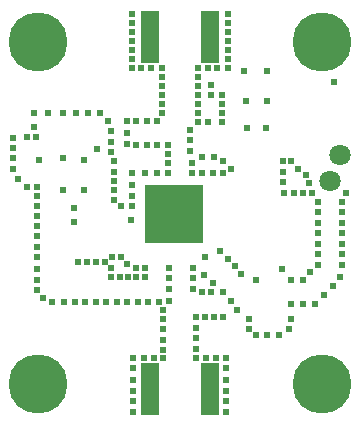
<source format=gbs>
G04 Layer: BottomSolderMaskLayer*
G04 EasyEDA Pro v2.2.45.4, 2025-12-28 23:20:17*
G04 Gerber Generator version 0.3*
G04 Scale: 100 percent, Rotated: No, Reflected: No*
G04 Dimensions in millimeters*
G04 Leading zeros omitted, absolute positions, 4 integers and 5 decimals*
G04 Generated by one-click*
%FSLAX45Y45*%
%MOMM*%
%ADD10R,5.0X5.0*%
%ADD11R,1.5X4.5*%
%ADD12C,0.61*%
%ADD13C,1.8*%
%ADD14C,5.0*%
%ADD15C,0.2063*%
G75*


G04 Pad Start*
G54D10*
G01X12357100Y-6311900D03*
G54D11*
G01X12152897Y-4815000D03*
G01X12662903Y-4815000D03*
G01X12662903Y-7800000D03*
G01X12152897Y-7800000D03*
G04 Pad End*

G04 Via Start*
G54D12*
G01X12302490Y-6320790D03*
G01X12363000Y-6319500D03*
G01X12241530Y-6322060D03*
G01X12423852Y-6319500D03*
G01X12484238Y-6319500D03*
G01X12241646Y-6261192D03*
G01X12302606Y-6259922D03*
G01X12363116Y-6258632D03*
G01X12423968Y-6258632D03*
G01X12484354Y-6258632D03*
G01X12241646Y-6383691D03*
G01X12302606Y-6382421D03*
G01X12363116Y-6381130D03*
G01X12423968Y-6381130D03*
G01X12484354Y-6381130D03*
G01X12241646Y-6200482D03*
G01X12302606Y-6199212D03*
G01X12363116Y-6197922D03*
G01X12423968Y-6197922D03*
G01X12484354Y-6197922D03*
G01X12241646Y-6444077D03*
G01X12302606Y-6442807D03*
G01X12363116Y-6441517D03*
G01X12423968Y-6441517D03*
G01X12484354Y-6441517D03*
G01X11996885Y-6369500D03*
G01X12623800Y-6680200D03*
G54D13*
G01X13677600Y-6032500D03*
G01X13769300Y-5816600D03*
G54D12*
G01X11709400Y-5763467D03*
G54D14*
G01X11209300Y-4859300D03*
G01X13609300Y-7759300D03*
G01X13609300Y-4859300D03*
G01X11209300Y-7759300D03*
G54D12*
G01X12319000Y-6946900D03*
G01X12319000Y-6769100D03*
G01X12319000Y-6858000D03*
G01X12522200Y-6769100D03*
G01X12522200Y-6858000D03*
G01X12522200Y-6946900D03*
G01X12319000Y-7048500D03*
G01X12268200Y-7124700D03*
G01X12268200Y-7203735D03*
G01X12268200Y-7289800D03*
G01X12268200Y-7378700D03*
G01X12268200Y-7464579D03*
G01X12014200Y-7531100D03*
G01X12014200Y-7620000D03*
G01X12014200Y-7721600D03*
G01X12014200Y-7810500D03*
G01X12014200Y-7899400D03*
G01X12014200Y-7988300D03*
G01X12547600Y-7188200D03*
G01X12547600Y-7277100D03*
G01X12547600Y-7366000D03*
G01X12547600Y-7454900D03*
G01X12801600Y-7531100D03*
G01X12801600Y-7620000D03*
G01X12801600Y-7721600D03*
G01X12801600Y-7810500D03*
G01X12801600Y-7899400D03*
G01X12801600Y-7988300D03*
G01X12598400Y-6972300D03*
G01X12674600Y-6972300D03*
G01X12623800Y-7188200D03*
G01X12839700Y-7048500D03*
G01X12776200Y-6972300D03*
G01X12776200Y-7188200D03*
G01X12700000Y-7188200D03*
G01X12217400Y-5969000D03*
G01X12306300Y-5969000D03*
G01X12115800Y-5969000D03*
G01X12001500Y-6070600D03*
G01X12001500Y-6159500D03*
G01X12001500Y-6248400D03*
G01X12306300Y-5880100D03*
G01X12306300Y-5803900D03*
G01X12306300Y-5727700D03*
G01X12217400Y-5727700D03*
G01X12128500Y-5727700D03*
G01X12217400Y-5524500D03*
G01X12128959Y-5524500D03*
G01X12255500Y-5461000D03*
G01X12255500Y-5384800D03*
G01X12255500Y-5308600D03*
G01X12255500Y-5232400D03*
G01X12255500Y-5156200D03*
G01X12001500Y-5080000D03*
G01X12001500Y-5003800D03*
G01X12001500Y-4927600D03*
G01X12001500Y-4853188D03*
G01X12001500Y-4775200D03*
G01X12001500Y-4699000D03*
G01X12001500Y-4624584D03*
G01X12814300Y-4622800D03*
G01X12814300Y-4699000D03*
G01X12814300Y-4776064D03*
G01X12814300Y-4851400D03*
G01X12814300Y-4926852D03*
G01X12814300Y-5003800D03*
G01X12814300Y-5080000D03*
G01X12560300Y-5156200D03*
G01X12560300Y-5232400D03*
G01X12560300Y-5308600D03*
G01X12560300Y-5384800D03*
G01X12560300Y-5460146D03*
G01X12560300Y-5539940D03*
G01X12496800Y-5689600D03*
G01X12496800Y-5600700D03*
G01X12496800Y-5778500D03*
G01X12077700Y-5080000D03*
G01X12255500Y-5080000D03*
G01X12166600Y-5080000D03*
G01X12560300Y-5080000D03*
G01X12725400Y-5080000D03*
G01X12645607Y-5080000D03*
G01X12103100Y-7531100D03*
G01X12192000Y-7531100D03*
G01X12268200Y-7531100D03*
G01X12547600Y-7531100D03*
G01X12628354Y-7531100D03*
G01X12718894Y-7531100D03*
G01X12039600Y-5524500D03*
G01X11963400Y-5524500D03*
G01X11963400Y-5626100D03*
G01X11963400Y-5727179D03*
G01X12039600Y-5727700D03*
G01X12509500Y-5880100D03*
G01X12509500Y-5969000D03*
G01X12598400Y-5969000D03*
G01X12688967Y-5969000D03*
G01X12776200Y-5969000D03*
G01X12839700Y-5930900D03*
G01X12700000Y-5829300D03*
G01X12115800Y-6769100D03*
G01X12115800Y-6845300D03*
G01X12039600Y-6845300D03*
G01X11970661Y-6845300D03*
G01X11899900Y-6845300D03*
G01X11823700Y-6845300D03*
G01X12611100Y-6832600D03*
G01X12687300Y-6896100D03*
G01X11544300Y-6718300D03*
G01X11620500Y-6718300D03*
G01X11696700Y-6718300D03*
G01X11772900Y-6718300D03*
G01X11823700Y-6769100D03*
G01X11836400Y-6680200D03*
G01X11912600Y-6680200D03*
G01X11965500Y-6740059D03*
G01X12039600Y-6769100D03*
G01X12598400Y-5829300D03*
G01X13144500Y-5105400D03*
G01X13144500Y-5359400D03*
G01X13140411Y-5589235D03*
G01X13716000Y-5194300D03*
G01X12954000Y-5105400D03*
G01X12979400Y-5588000D03*
G01X12966700Y-5359400D03*
G01X12750800Y-6629400D03*
G01X12814300Y-6692900D03*
G01X12877800Y-6756400D03*
G01X13271500Y-6781800D03*
G01X13347700Y-6870700D03*
G01X13347700Y-7073900D03*
G01X13144500Y-7340600D03*
G01X12992100Y-7200900D03*
G01X13284200Y-5867400D03*
G01X13284200Y-5956300D03*
G01X13284200Y-6045200D03*
G01X13347700Y-5867400D03*
G01X13411200Y-5930900D03*
G01X13474700Y-5981700D03*
G01X13500100Y-6050714D03*
G01X13525500Y-6134100D03*
G01X13373100Y-6134100D03*
G01X13291581Y-6134100D03*
G01X13449300Y-6134100D03*
G01X13576300Y-6210300D03*
G01X13576300Y-6299200D03*
G01X13576300Y-6388100D03*
G01X13576300Y-6477000D03*
G01X13576300Y-6565900D03*
G01X13576300Y-6654800D03*
G01X13576300Y-6743700D03*
G01X13512800Y-6807200D03*
G01X13449300Y-6870700D03*
G01X13449300Y-7073900D03*
G01X13550900Y-7073900D03*
G01X13627100Y-6997700D03*
G01X13703300Y-6921500D03*
G01X13766800Y-6845300D03*
G01X13779500Y-6743700D03*
G01X13779500Y-6655440D03*
G01X13779500Y-6566330D03*
G01X13779500Y-6477000D03*
G01X13779500Y-6388100D03*
G01X13779500Y-6299200D03*
G01X13779500Y-6210300D03*
G01X13817600Y-6134100D03*
G01X13347700Y-7200900D03*
G01X11531600Y-5461000D03*
G01X11633200Y-5461000D03*
G01X11734800Y-5461000D03*
G01X11798300Y-5524500D03*
G01X11823700Y-5613400D03*
G01X11823700Y-5702300D03*
G01X11823700Y-5791200D03*
G01X11823700Y-5791200D03*
G01X11849100Y-5864753D03*
G01X11849100Y-5956300D03*
G01X11849100Y-6035337D03*
G01X11849100Y-6115100D03*
G01X11849100Y-6197600D03*
G01X11912600Y-6248400D03*
G01X11417300Y-5461000D03*
G01X11194960Y-5664200D03*
G01X11214100Y-5854700D03*
G01X11112500Y-5664200D03*
G01X10998200Y-5753100D03*
G01X10998200Y-5668876D03*
G01X10998200Y-5842000D03*
G01X10998200Y-5934339D03*
G01X11036300Y-6019800D03*
G01X11112500Y-6083300D03*
G01X11201400Y-6083300D03*
G01X11201400Y-6159500D03*
G01X11201400Y-6248400D03*
G01X11201400Y-6333484D03*
G01X11201400Y-6413500D03*
G01X11201400Y-6502400D03*
G01X11201400Y-6591300D03*
G01X11201400Y-6680200D03*
G01X11201400Y-6781800D03*
G01X11201400Y-6870700D03*
G01X11201400Y-6959600D03*
G01X11252200Y-7023100D03*
G01X11328400Y-7061200D03*
G01X11430000Y-7061200D03*
G01X11518900Y-7061200D03*
G01X11607800Y-7061200D03*
G01X11696700Y-7061200D03*
G01X11785600Y-7061200D03*
G01X11874500Y-7061200D03*
G01X11963400Y-7061200D03*
G01X12052300Y-7061200D03*
G01X12141200Y-7061200D03*
G01X12230100Y-7061200D03*
G01X11417300Y-5842000D03*
G01X11595100Y-5854700D03*
G01X11595100Y-6108700D03*
G01X11417300Y-6108700D03*
G01X11513820Y-6268720D03*
G01X11513820Y-6380480D03*
G01X12776200Y-5867400D03*
G01X12674600Y-5219700D03*
G01X12674600Y-5308600D03*
G01X12763500Y-5308600D03*
G01X12763500Y-5384800D03*
G01X12763500Y-5461000D03*
G01X12649200Y-5537200D03*
G01X12763500Y-5537200D03*
G01X12001500Y-5969000D03*
G01X12890500Y-7124700D03*
G01X12992100Y-7289800D03*
G01X13055600Y-7340600D03*
G01X13246100Y-7340600D03*
G01X13335000Y-7289800D03*
G01X12928600Y-6819900D03*
G01X11176000Y-5575300D03*
G01X11290300Y-5461000D03*
G01X11176000Y-5461000D03*
G01X13055600Y-6870700D03*
G04 Via End*

M02*


</source>
